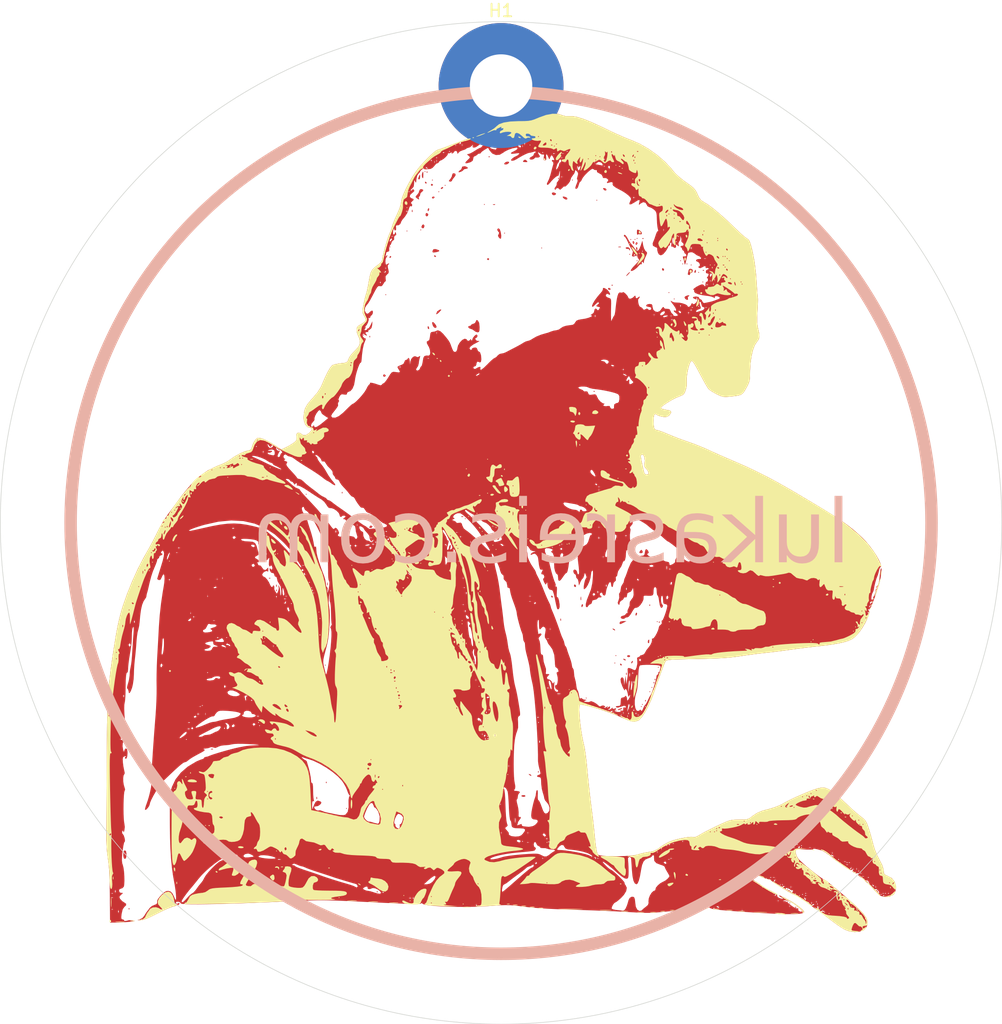
<source format=kicad_pcb>
(kicad_pcb (version 20241229) (generator "pcbnew") (generator_version "9.0")
  (layers (0 "F.Cu" signal) (2 "B.Cu" signal) (13 "F.Paste" user) (15 "B.Paste" user) (5 "F.SilkS" user "F.Silkscreen") (7 "B.SilkS" user "B.Silkscreen") (1 "F.Mask" user) (3 "B.Mask" user) (25 "Edge.Cuts" user))
  (net 0 "")
  (footprint "pcb art layers:f.cu2" (layer "F.Cu") (at 169.33985 102.682821)
    (property "Reference" "G***" (hide yes))
    (property "Value" "LOGO" (hide yes))
  )
  (footprint "pcb art layers:f.mask2" (layer "F.Cu") (at 169.33985 102.682821)
    (property "Reference" "G***" (hide yes))
    (property "Value" "LOGO" (hide yes))
  )
  (footprint "pcb art layers:f.scree2" (layer "F.Cu") (at 169.33985 102.682821)
    (property "Reference" "G***" (hide yes))
    (property "Value" "LOGO" (hide yes))
  )
  (footprint "MountingHole:MountingHole_5mm_Pad" (layer "F.Cu") (at 168 69)
    (property "Reference" "H1")
    (property "Value" "MountingHole")
  )
  (gr_circle (center 168 104) (end 178 137) (stroke (width 1)) (fill no) (layer "B.SilkS"))
  (gr_circle (center 168 104) (end 165 144) (stroke (width 0.05)) (fill no) (layer "Edge.Cuts"))
  (gr_text "lukasreis.com" (at 196 108 0) (layer "B.SilkS") (effects (font (size 5 5) (thickness 0.1)) (justify left bottom mirror)))
)
</source>
